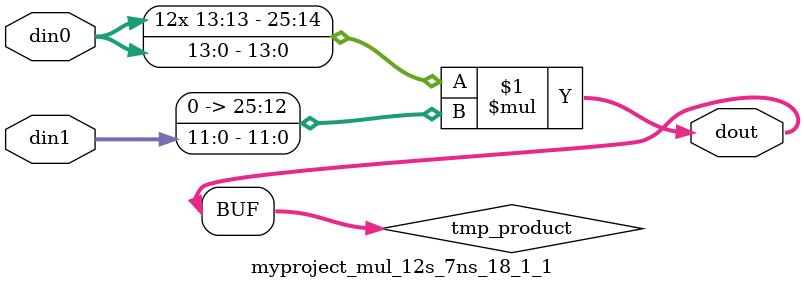
<source format=v>

`timescale 1 ns / 1 ps

 module myproject_mul_12s_7ns_18_1_1(din0, din1, dout);
parameter ID = 1;
parameter NUM_STAGE = 0;
parameter din0_WIDTH = 14;
parameter din1_WIDTH = 12;
parameter dout_WIDTH = 26;

input [din0_WIDTH - 1 : 0] din0; 
input [din1_WIDTH - 1 : 0] din1; 
output [dout_WIDTH - 1 : 0] dout;

wire signed [dout_WIDTH - 1 : 0] tmp_product;


























assign tmp_product = $signed(din0) * $signed({1'b0, din1});









assign dout = tmp_product;





















endmodule

</source>
